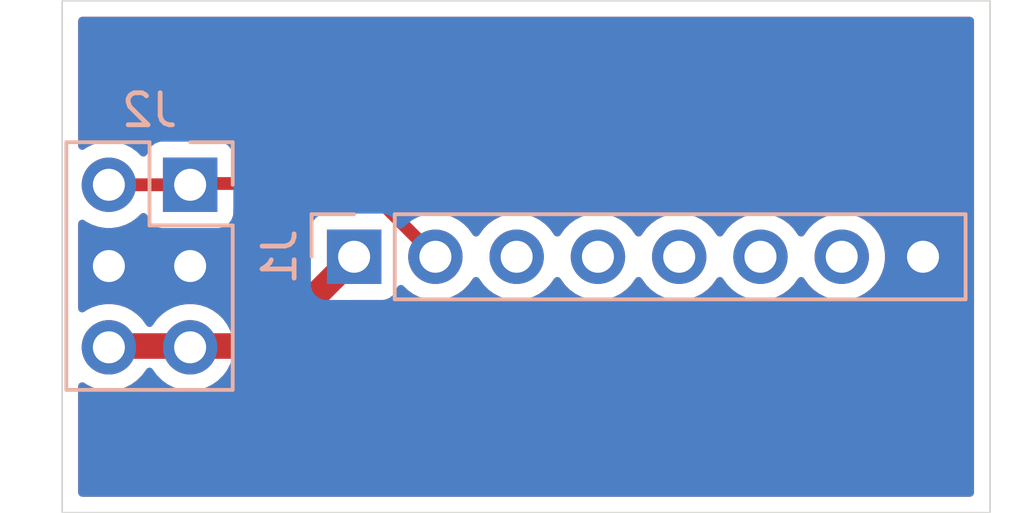
<source format=kicad_pcb>
(kicad_pcb (version 20241229) (generator "pcbnew") (generator_version "9.0")
  (layers (0 "F.Cu" signal) (2 "B.Cu" signal) (13 "F.Paste" user) (15 "B.Paste" user) (5 "F.SilkS" user "F.Silkscreen") (7 "B.SilkS" user "B.Silkscreen") (1 "F.Mask" user) (3 "B.Mask" user) (25 "Edge.Cuts" user))
  (net 0 "")
  (net 1 "GND")
  (net 6 "VCC")
  (net 7 "/A7")
  (footprint "Connector_PinHeader_2.54mm:PinHeader_2x03_P2.54mm_Vertical" (layer "B.Cu") (at 185.75 138.5 180)
    (property "Reference" "J2" (at 1.27 2.33 180) (layer "B.SilkS") (effects (justify mirror)))
    (property "Value" "Conn_02x03")
    (fp_line (start 3.87 1.33) (end 3.87 -6.41) (stroke (width 0.12)) (layer "B.SilkS"))
    (fp_line (start 1.270001 1.33) (end 3.87 1.33) (stroke (width 0.12)) (layer "B.SilkS"))
    (fp_line (start 1.27 -1.27) (end 1.270001 1.33) (stroke (width 0.12)) (layer "B.SilkS"))
    (fp_line (start -1.33 1.33) (end 0 1.33) (stroke (width 0.12)) (layer "B.SilkS"))
    (fp_line (start -1.33 0) (end -1.33 1.33) (stroke (width 0.12)) (layer "B.SilkS"))
    (fp_line (start -1.33 -1.270001) (end 1.27 -1.27) (stroke (width 0.12)) (layer "B.SilkS"))
    (fp_line (start -1.33 -1.270001) (end -1.33 -6.409999) (stroke (width 0.12)) (layer "B.SilkS"))
    (fp_line (start -1.33 -6.409999) (end 3.87 -6.41) (stroke (width 0.12)) (layer "B.SilkS"))
    (pad "1" thru_hole rect (at 0 0 180) (size 1.7 1.7) (drill 1) (layers "*.Cu" "*.Mask") (net 7 "/A7"))
    (pad "2" thru_hole oval (at 2.54 0 180) (size 1.7 1.7) (drill 1) (layers "*.Cu" "*.Mask") (net 7 "/A7"))
    (pad "3" thru_hole oval (at 0 -2.54 180) (size 1.7 1.7) (drill 1) (layers "*.Cu" "*.Mask") (net 1 "GND"))
    (pad "4" thru_hole oval (at 2.54 -2.54 180) (size 1.7 1.7) (drill 1) (layers "*.Cu" "*.Mask") (net 1 "GND"))
    (pad "5" thru_hole oval (at 0 -5.079999 180) (size 1.7 1.7) (drill 1) (layers "*.Cu" "*.Mask") (net 6 "VCC"))
    (pad "6" thru_hole oval (at 2.54 -5.08 180) (size 1.7 1.7) (drill 1) (layers "*.Cu" "*.Mask") (net 6 "VCC"))
  )
  (footprint "Connector_PinHeader_2.54mm:PinHeader_1x08_P2.54mm_Vertical" (layer "B.Cu") (at 190.875 140.75 -90)
    (property "Reference" "J1" (at 0 2.33 90) (layer "B.SilkS") (effects (justify mirror)))
    (property "Value" "Conn_01x08")
    (fp_line (start -1.33 1.33) (end 0 1.33) (stroke (width 0.12)) (layer "B.SilkS"))
    (fp_line (start -1.33 0) (end -1.33 1.33) (stroke (width 0.12)) (layer "B.SilkS"))
    (fp_line (start -1.33 -1.270001) (end 1.33 -1.270001) (stroke (width 0.12)) (layer "B.SilkS"))
    (fp_line (start -1.33 -1.270001) (end -1.33 -19.110001) (stroke (width 0.12)) (layer "B.SilkS"))
    (fp_line (start 1.33 -1.270001) (end 1.33 -19.110001) (stroke (width 0.12)) (layer "B.SilkS"))
    (fp_line (start -1.33 -19.110001) (end 1.33 -19.110001) (stroke (width 0.12)) (layer "B.SilkS"))
    (pad "1" thru_hole rect (at 0 0 270) (size 1.7 1.7) (drill 1) (layers "*.Cu" "*.Mask") (net 6 "VCC"))
    (pad "2" thru_hole oval (at 0 -2.54 270) (size 1.7 1.7) (drill 1) (layers "*.Cu" "*.Mask") (net 7 "/A7"))
    (pad "3" thru_hole oval (at 0 -5.079999 270) (size 1.7 1.7) (drill 1) (layers "*.Cu" "*.Mask"))
    (pad "4" thru_hole oval (at 0 -7.62 270) (size 1.7 1.7) (drill 1) (layers "*.Cu" "*.Mask"))
    (pad "5" thru_hole oval (at 0 -10.16 270) (size 1.7 1.7) (drill 1) (layers "*.Cu" "*.Mask"))
    (pad "6" thru_hole oval (at 0 -12.7 270) (size 1.7 1.7) (drill 1) (layers "*.Cu" "*.Mask"))
    (pad "7" thru_hole oval (at 0 -15.24 270) (size 1.7 1.7) (drill 1) (layers "*.Cu" "*.Mask"))
    (pad "8" thru_hole oval (at 0 -17.780001 270) (size 1.7 1.7) (drill 1) (layers "*.Cu" "*.Mask") (net 1 "GND"))
  )
  (gr_rect (start 181.75 132.75) (end 210.75 148.75) (stroke (width 0.05)) (fill no) (layer "Edge.Cuts"))
  (segment (start 183.46 143.58) (end 183.5 143.54) (width 0.8) (layer "F.Cu") (net 6))
  (segment (start 183.5 143.54) (end 188.085 143.54) (width 0.8) (layer "F.Cu") (net 6))
  (segment (start 183.21 143.58) (end 183.46 143.58) (width 0.8) (layer "F.Cu") (net 6))
  (segment (start 188.085 143.54) (end 190.875 140.75) (width 0.8) (layer "F.Cu") (net 6))
  (segment (start 186 138.5) (end 186.04 138.46) (width 0.4) (layer "F.Cu") (net 7))
  (segment (start 185.75 138.5) (end 186 138.5) (width 0.4) (layer "F.Cu") (net 7))
  (segment (start 183.21 138.5) (end 185.75 138.5) (width 0.4) (layer "F.Cu") (net 7))
  (segment (start 191.125 138.46) (end 193.415 140.75) (width 0.4) (layer "F.Cu") (net 7))
  (segment (start 186.04 138.46) (end 191.125 138.46) (width 0.4) (layer "F.Cu") (net 7))
  (zone (net 1) (net_name "GND") (layers "F.Cu" "B.Cu") (connect_pads yes (clearance 0.5)) (min_thickness 0.25) (fill yes (thermal_gap 0.5) (thermal_bridge_width 0.5))
    (polygon (pts (xy 210.75 132.75) (xy 210.75 148.75) (xy 181.75 148.75) (xy 181.75 132.75)))
  )
)
</source>
